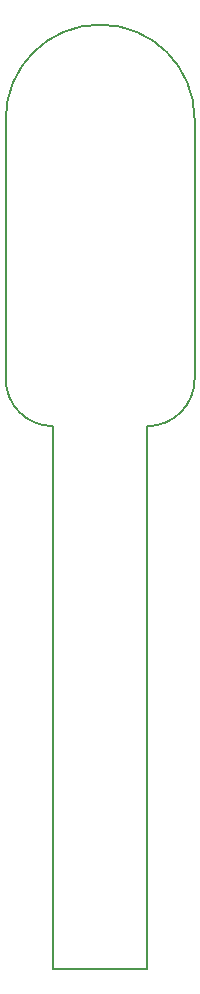
<source format=gm1>
G04 #@! TF.FileFunction,Profile,NP*
%FSLAX46Y46*%
G04 Gerber Fmt 4.6, Leading zero omitted, Abs format (unit mm)*
G04 Created by KiCad (PCBNEW 4.0.6-e0-6349~53~ubuntu16.04.1) date Fri Mar 24 12:12:28 2017*
%MOMM*%
%LPD*%
G01*
G04 APERTURE LIST*
%ADD10C,0.100000*%
%ADD11C,0.150000*%
G04 APERTURE END LIST*
D10*
D11*
X8000000Y0D02*
X8000000Y46000000D01*
X0Y0D02*
X8000000Y0D01*
X0Y46000000D02*
X0Y0D01*
X-4000000Y50000000D02*
G75*
G03X0Y46000000I4000000J0D01*
G01*
X8000000Y46000000D02*
G75*
G03X12000000Y50000000I0J4000000D01*
G01*
X12000000Y72000000D02*
X12000000Y50000000D01*
X-4000000Y72000000D02*
X-4000000Y50000000D01*
X12000000Y72000000D02*
G75*
G03X-4000000Y72000000I-8000000J0D01*
G01*
M02*

</source>
